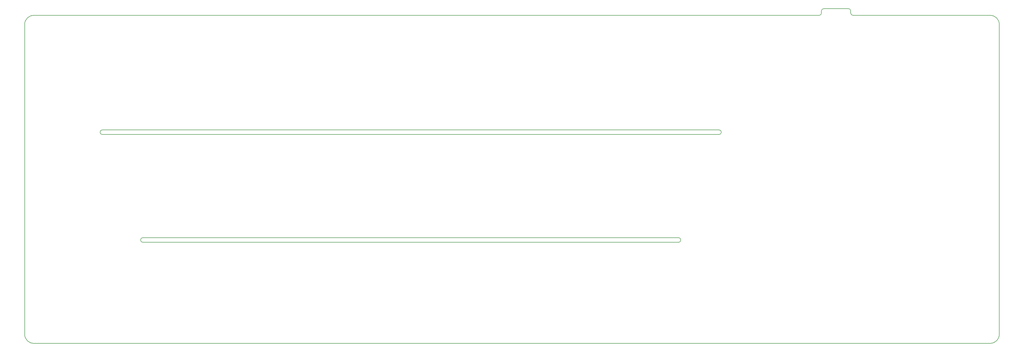
<source format=gbr>
%TF.GenerationSoftware,KiCad,Pcbnew,(6.0.0-0)*%
%TF.CreationDate,2021-12-31T13:36:49+01:00*%
%TF.ProjectId,KBD8X-MK2,4b424438-582d-44d4-9b32-2e6b69636164,rev?*%
%TF.SameCoordinates,Original*%
%TF.FileFunction,Profile,NP*%
%FSLAX46Y46*%
G04 Gerber Fmt 4.6, Leading zero omitted, Abs format (unit mm)*
G04 Created by KiCad (PCBNEW (6.0.0-0)) date 2021-12-31 13:36:49*
%MOMM*%
%LPD*%
G01*
G04 APERTURE LIST*
%TA.AperFunction,Profile*%
%ADD10C,0.200000*%
%TD*%
G04 APERTURE END LIST*
D10*
X380603125Y-147637500D02*
G75*
G03*
X383778125Y-144462500I0J3175000D01*
G01*
X270668750Y-111918750D02*
G75*
G03*
X270668750Y-110331250I0J793750D01*
G01*
X331390625Y-30162500D02*
X331390625Y-30956250D01*
X321071875Y-30162500D02*
X321071875Y-30956250D01*
X284956250Y-72231250D02*
X67468750Y-72231250D01*
X284956250Y-73818750D02*
G75*
G03*
X284956250Y-72231250I0J793750D01*
G01*
X81756250Y-111918750D02*
X270668750Y-111918750D01*
X67468750Y-73818750D02*
X284956250Y-73818750D01*
X380603125Y-147637500D02*
X43259375Y-147637500D01*
X40084375Y-144462500D02*
X40084375Y-34925000D01*
X321865625Y-29368750D02*
G75*
G03*
X321071875Y-30162500I0J-793750D01*
G01*
X40084375Y-144462500D02*
G75*
G03*
X43259375Y-147637500I3175000J0D01*
G01*
X43259375Y-31750000D02*
X320278125Y-31750000D01*
X383778125Y-34925000D02*
X383778125Y-144462500D01*
X270668750Y-110331250D02*
X81756250Y-110331250D01*
X383778125Y-34925000D02*
G75*
G03*
X380603125Y-31750000I-3175000J0D01*
G01*
X331390625Y-30956250D02*
G75*
G03*
X332184375Y-31750000I793750J0D01*
G01*
X320278125Y-31750000D02*
G75*
G03*
X321071875Y-30956250I0J793750D01*
G01*
X43259375Y-31750000D02*
G75*
G03*
X40084375Y-34925000I0J-3175000D01*
G01*
X332184375Y-31750000D02*
X380603125Y-31750000D01*
X81756250Y-110331250D02*
G75*
G03*
X81756250Y-111918750I0J-793750D01*
G01*
X67468750Y-72231250D02*
G75*
G03*
X67468750Y-73818750I0J-793750D01*
G01*
X331390625Y-30162500D02*
G75*
G03*
X330596875Y-29368750I-793750J0D01*
G01*
X321865625Y-29368750D02*
X330596875Y-29368750D01*
M02*

</source>
